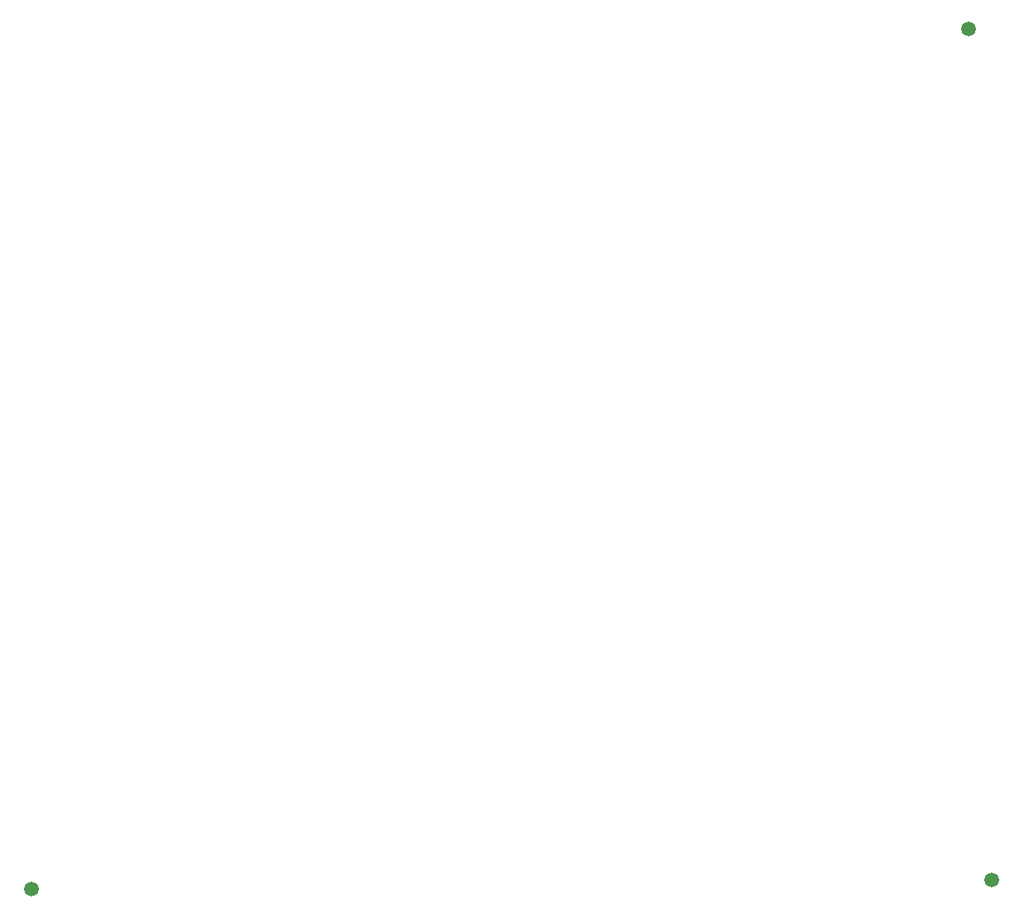
<source format=gbr>
G04 #@! TF.GenerationSoftware,KiCad,Pcbnew,8.0.3*
G04 #@! TF.CreationDate,2024-08-26T17:53:24+02:00*
G04 #@! TF.ProjectId,Display-PLAY-Me_2,44697370-6c61-4792-9d50-4c41592d4d65,0.3*
G04 #@! TF.SameCoordinates,Original*
G04 #@! TF.FileFunction,Other,ECO1*
%FSLAX46Y46*%
G04 Gerber Fmt 4.6, Leading zero omitted, Abs format (unit mm)*
G04 Created by KiCad (PCBNEW 8.0.3) date 2024-08-26 17:53:24*
%MOMM*%
%LPD*%
G01*
G04 APERTURE LIST*
%ADD10C,1.500000*%
G04 APERTURE END LIST*
D10*
G04 #@! TO.C,FID3*
X195840000Y-56000000D03*
G04 #@! TD*
G04 #@! TO.C,FID1*
X100000000Y-144000000D03*
G04 #@! TD*
G04 #@! TO.C,FID2*
X198221600Y-143078200D03*
G04 #@! TD*
M02*

</source>
